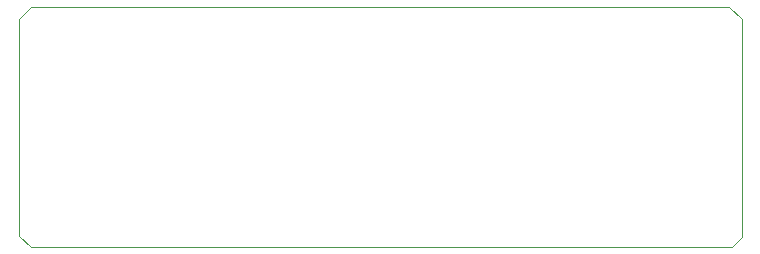
<source format=gbr>
%TF.GenerationSoftware,KiCad,Pcbnew,7.0.9*%
%TF.CreationDate,2024-02-06T13:27:41-04:00*%
%TF.ProjectId,proyecto_micro_v1,70726f79-6563-4746-9f5f-6d6963726f5f,rev?*%
%TF.SameCoordinates,Original*%
%TF.FileFunction,Profile,NP*%
%FSLAX46Y46*%
G04 Gerber Fmt 4.6, Leading zero omitted, Abs format (unit mm)*
G04 Created by KiCad (PCBNEW 7.0.9) date 2024-02-06 13:27:41*
%MOMM*%
%LPD*%
G01*
G04 APERTURE LIST*
%TA.AperFunction,Profile*%
%ADD10C,0.100000*%
%TD*%
G04 APERTURE END LIST*
D10*
X135900000Y-65550000D02*
X195050000Y-65550000D01*
X134900000Y-84920000D02*
X134900000Y-66550000D01*
X135900000Y-65550000D02*
X134900000Y-66550000D01*
X196110265Y-66610265D02*
X196110265Y-85070265D01*
X135900000Y-85920000D02*
X134900000Y-84920000D01*
X195260000Y-85920000D02*
X135900000Y-85920000D01*
X196110000Y-85070000D02*
X195260000Y-85920000D01*
X195050000Y-65550000D02*
X196110265Y-66610265D01*
M02*

</source>
